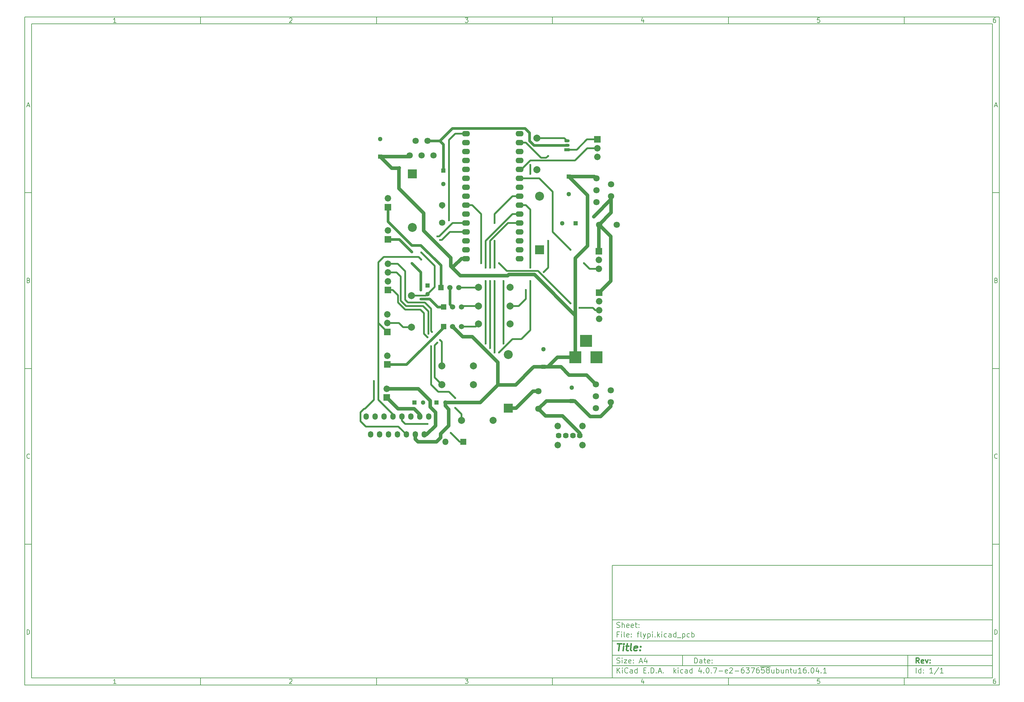
<source format=gbr>
G04 #@! TF.FileFunction,Copper,L1,Top,Signal*
%FSLAX46Y46*%
G04 Gerber Fmt 4.6, Leading zero omitted, Abs format (unit mm)*
G04 Created by KiCad (PCBNEW 4.0.7-e2-6376~58~ubuntu16.04.1) date Sun Nov  5 22:34:49 2017*
%MOMM*%
%LPD*%
G01*
G04 APERTURE LIST*
%ADD10C,0.100000*%
%ADD11C,0.150000*%
%ADD12C,0.300000*%
%ADD13C,0.400000*%
%ADD14C,1.520000*%
%ADD15R,1.520000X1.520000*%
%ADD16O,2.300000X1.600000*%
%ADD17R,1.300000X1.300000*%
%ADD18C,1.300000*%
%ADD19R,3.500120X3.500120*%
%ADD20C,2.540000*%
%ADD21R,2.540000X2.540000*%
%ADD22C,1.800860*%
%ADD23C,1.800000*%
%ADD24O,1.524000X1.824000*%
%ADD25C,2.000000*%
%ADD26C,1.620000*%
%ADD27C,1.850000*%
%ADD28R,1.850000X1.850000*%
%ADD29O,1.500000X0.900000*%
%ADD30R,1.500000X0.900000*%
%ADD31R,1.800000X1.800000*%
%ADD32O,1.800000X1.800000*%
%ADD33C,0.600000*%
%ADD34C,0.800000*%
%ADD35C,0.500000*%
%ADD36C,1.000000*%
%ADD37C,0.750000*%
G04 APERTURE END LIST*
D10*
D11*
X177002200Y-166007200D02*
X177002200Y-198007200D01*
X285002200Y-198007200D01*
X285002200Y-166007200D01*
X177002200Y-166007200D01*
D10*
D11*
X10000000Y-10000000D02*
X10000000Y-200007200D01*
X287002200Y-200007200D01*
X287002200Y-10000000D01*
X10000000Y-10000000D01*
D10*
D11*
X12000000Y-12000000D02*
X12000000Y-198007200D01*
X285002200Y-198007200D01*
X285002200Y-12000000D01*
X12000000Y-12000000D01*
D10*
D11*
X60000000Y-12000000D02*
X60000000Y-10000000D01*
D10*
D11*
X110000000Y-12000000D02*
X110000000Y-10000000D01*
D10*
D11*
X160000000Y-12000000D02*
X160000000Y-10000000D01*
D10*
D11*
X210000000Y-12000000D02*
X210000000Y-10000000D01*
D10*
D11*
X260000000Y-12000000D02*
X260000000Y-10000000D01*
D10*
D11*
X35990476Y-11588095D02*
X35247619Y-11588095D01*
X35619048Y-11588095D02*
X35619048Y-10288095D01*
X35495238Y-10473810D01*
X35371429Y-10597619D01*
X35247619Y-10659524D01*
D10*
D11*
X85247619Y-10411905D02*
X85309524Y-10350000D01*
X85433333Y-10288095D01*
X85742857Y-10288095D01*
X85866667Y-10350000D01*
X85928571Y-10411905D01*
X85990476Y-10535714D01*
X85990476Y-10659524D01*
X85928571Y-10845238D01*
X85185714Y-11588095D01*
X85990476Y-11588095D01*
D10*
D11*
X135185714Y-10288095D02*
X135990476Y-10288095D01*
X135557143Y-10783333D01*
X135742857Y-10783333D01*
X135866667Y-10845238D01*
X135928571Y-10907143D01*
X135990476Y-11030952D01*
X135990476Y-11340476D01*
X135928571Y-11464286D01*
X135866667Y-11526190D01*
X135742857Y-11588095D01*
X135371429Y-11588095D01*
X135247619Y-11526190D01*
X135185714Y-11464286D01*
D10*
D11*
X185866667Y-10721429D02*
X185866667Y-11588095D01*
X185557143Y-10226190D02*
X185247619Y-11154762D01*
X186052381Y-11154762D01*
D10*
D11*
X235928571Y-10288095D02*
X235309524Y-10288095D01*
X235247619Y-10907143D01*
X235309524Y-10845238D01*
X235433333Y-10783333D01*
X235742857Y-10783333D01*
X235866667Y-10845238D01*
X235928571Y-10907143D01*
X235990476Y-11030952D01*
X235990476Y-11340476D01*
X235928571Y-11464286D01*
X235866667Y-11526190D01*
X235742857Y-11588095D01*
X235433333Y-11588095D01*
X235309524Y-11526190D01*
X235247619Y-11464286D01*
D10*
D11*
X285866667Y-10288095D02*
X285619048Y-10288095D01*
X285495238Y-10350000D01*
X285433333Y-10411905D01*
X285309524Y-10597619D01*
X285247619Y-10845238D01*
X285247619Y-11340476D01*
X285309524Y-11464286D01*
X285371429Y-11526190D01*
X285495238Y-11588095D01*
X285742857Y-11588095D01*
X285866667Y-11526190D01*
X285928571Y-11464286D01*
X285990476Y-11340476D01*
X285990476Y-11030952D01*
X285928571Y-10907143D01*
X285866667Y-10845238D01*
X285742857Y-10783333D01*
X285495238Y-10783333D01*
X285371429Y-10845238D01*
X285309524Y-10907143D01*
X285247619Y-11030952D01*
D10*
D11*
X60000000Y-198007200D02*
X60000000Y-200007200D01*
D10*
D11*
X110000000Y-198007200D02*
X110000000Y-200007200D01*
D10*
D11*
X160000000Y-198007200D02*
X160000000Y-200007200D01*
D10*
D11*
X210000000Y-198007200D02*
X210000000Y-200007200D01*
D10*
D11*
X260000000Y-198007200D02*
X260000000Y-200007200D01*
D10*
D11*
X35990476Y-199595295D02*
X35247619Y-199595295D01*
X35619048Y-199595295D02*
X35619048Y-198295295D01*
X35495238Y-198481010D01*
X35371429Y-198604819D01*
X35247619Y-198666724D01*
D10*
D11*
X85247619Y-198419105D02*
X85309524Y-198357200D01*
X85433333Y-198295295D01*
X85742857Y-198295295D01*
X85866667Y-198357200D01*
X85928571Y-198419105D01*
X85990476Y-198542914D01*
X85990476Y-198666724D01*
X85928571Y-198852438D01*
X85185714Y-199595295D01*
X85990476Y-199595295D01*
D10*
D11*
X135185714Y-198295295D02*
X135990476Y-198295295D01*
X135557143Y-198790533D01*
X135742857Y-198790533D01*
X135866667Y-198852438D01*
X135928571Y-198914343D01*
X135990476Y-199038152D01*
X135990476Y-199347676D01*
X135928571Y-199471486D01*
X135866667Y-199533390D01*
X135742857Y-199595295D01*
X135371429Y-199595295D01*
X135247619Y-199533390D01*
X135185714Y-199471486D01*
D10*
D11*
X185866667Y-198728629D02*
X185866667Y-199595295D01*
X185557143Y-198233390D02*
X185247619Y-199161962D01*
X186052381Y-199161962D01*
D10*
D11*
X235928571Y-198295295D02*
X235309524Y-198295295D01*
X235247619Y-198914343D01*
X235309524Y-198852438D01*
X235433333Y-198790533D01*
X235742857Y-198790533D01*
X235866667Y-198852438D01*
X235928571Y-198914343D01*
X235990476Y-199038152D01*
X235990476Y-199347676D01*
X235928571Y-199471486D01*
X235866667Y-199533390D01*
X235742857Y-199595295D01*
X235433333Y-199595295D01*
X235309524Y-199533390D01*
X235247619Y-199471486D01*
D10*
D11*
X285866667Y-198295295D02*
X285619048Y-198295295D01*
X285495238Y-198357200D01*
X285433333Y-198419105D01*
X285309524Y-198604819D01*
X285247619Y-198852438D01*
X285247619Y-199347676D01*
X285309524Y-199471486D01*
X285371429Y-199533390D01*
X285495238Y-199595295D01*
X285742857Y-199595295D01*
X285866667Y-199533390D01*
X285928571Y-199471486D01*
X285990476Y-199347676D01*
X285990476Y-199038152D01*
X285928571Y-198914343D01*
X285866667Y-198852438D01*
X285742857Y-198790533D01*
X285495238Y-198790533D01*
X285371429Y-198852438D01*
X285309524Y-198914343D01*
X285247619Y-199038152D01*
D10*
D11*
X10000000Y-60000000D02*
X12000000Y-60000000D01*
D10*
D11*
X10000000Y-110000000D02*
X12000000Y-110000000D01*
D10*
D11*
X10000000Y-160000000D02*
X12000000Y-160000000D01*
D10*
D11*
X10690476Y-35216667D02*
X11309524Y-35216667D01*
X10566667Y-35588095D02*
X11000000Y-34288095D01*
X11433333Y-35588095D01*
D10*
D11*
X11092857Y-84907143D02*
X11278571Y-84969048D01*
X11340476Y-85030952D01*
X11402381Y-85154762D01*
X11402381Y-85340476D01*
X11340476Y-85464286D01*
X11278571Y-85526190D01*
X11154762Y-85588095D01*
X10659524Y-85588095D01*
X10659524Y-84288095D01*
X11092857Y-84288095D01*
X11216667Y-84350000D01*
X11278571Y-84411905D01*
X11340476Y-84535714D01*
X11340476Y-84659524D01*
X11278571Y-84783333D01*
X11216667Y-84845238D01*
X11092857Y-84907143D01*
X10659524Y-84907143D01*
D10*
D11*
X11402381Y-135464286D02*
X11340476Y-135526190D01*
X11154762Y-135588095D01*
X11030952Y-135588095D01*
X10845238Y-135526190D01*
X10721429Y-135402381D01*
X10659524Y-135278571D01*
X10597619Y-135030952D01*
X10597619Y-134845238D01*
X10659524Y-134597619D01*
X10721429Y-134473810D01*
X10845238Y-134350000D01*
X11030952Y-134288095D01*
X11154762Y-134288095D01*
X11340476Y-134350000D01*
X11402381Y-134411905D01*
D10*
D11*
X10659524Y-185588095D02*
X10659524Y-184288095D01*
X10969048Y-184288095D01*
X11154762Y-184350000D01*
X11278571Y-184473810D01*
X11340476Y-184597619D01*
X11402381Y-184845238D01*
X11402381Y-185030952D01*
X11340476Y-185278571D01*
X11278571Y-185402381D01*
X11154762Y-185526190D01*
X10969048Y-185588095D01*
X10659524Y-185588095D01*
D10*
D11*
X287002200Y-60000000D02*
X285002200Y-60000000D01*
D10*
D11*
X287002200Y-110000000D02*
X285002200Y-110000000D01*
D10*
D11*
X287002200Y-160000000D02*
X285002200Y-160000000D01*
D10*
D11*
X285692676Y-35216667D02*
X286311724Y-35216667D01*
X285568867Y-35588095D02*
X286002200Y-34288095D01*
X286435533Y-35588095D01*
D10*
D11*
X286095057Y-84907143D02*
X286280771Y-84969048D01*
X286342676Y-85030952D01*
X286404581Y-85154762D01*
X286404581Y-85340476D01*
X286342676Y-85464286D01*
X286280771Y-85526190D01*
X286156962Y-85588095D01*
X285661724Y-85588095D01*
X285661724Y-84288095D01*
X286095057Y-84288095D01*
X286218867Y-84350000D01*
X286280771Y-84411905D01*
X286342676Y-84535714D01*
X286342676Y-84659524D01*
X286280771Y-84783333D01*
X286218867Y-84845238D01*
X286095057Y-84907143D01*
X285661724Y-84907143D01*
D10*
D11*
X286404581Y-135464286D02*
X286342676Y-135526190D01*
X286156962Y-135588095D01*
X286033152Y-135588095D01*
X285847438Y-135526190D01*
X285723629Y-135402381D01*
X285661724Y-135278571D01*
X285599819Y-135030952D01*
X285599819Y-134845238D01*
X285661724Y-134597619D01*
X285723629Y-134473810D01*
X285847438Y-134350000D01*
X286033152Y-134288095D01*
X286156962Y-134288095D01*
X286342676Y-134350000D01*
X286404581Y-134411905D01*
D10*
D11*
X285661724Y-185588095D02*
X285661724Y-184288095D01*
X285971248Y-184288095D01*
X286156962Y-184350000D01*
X286280771Y-184473810D01*
X286342676Y-184597619D01*
X286404581Y-184845238D01*
X286404581Y-185030952D01*
X286342676Y-185278571D01*
X286280771Y-185402381D01*
X286156962Y-185526190D01*
X285971248Y-185588095D01*
X285661724Y-185588095D01*
D10*
D11*
X200359343Y-193785771D02*
X200359343Y-192285771D01*
X200716486Y-192285771D01*
X200930771Y-192357200D01*
X201073629Y-192500057D01*
X201145057Y-192642914D01*
X201216486Y-192928629D01*
X201216486Y-193142914D01*
X201145057Y-193428629D01*
X201073629Y-193571486D01*
X200930771Y-193714343D01*
X200716486Y-193785771D01*
X200359343Y-193785771D01*
X202502200Y-193785771D02*
X202502200Y-193000057D01*
X202430771Y-192857200D01*
X202287914Y-192785771D01*
X202002200Y-192785771D01*
X201859343Y-192857200D01*
X202502200Y-193714343D02*
X202359343Y-193785771D01*
X202002200Y-193785771D01*
X201859343Y-193714343D01*
X201787914Y-193571486D01*
X201787914Y-193428629D01*
X201859343Y-193285771D01*
X202002200Y-193214343D01*
X202359343Y-193214343D01*
X202502200Y-193142914D01*
X203002200Y-192785771D02*
X203573629Y-192785771D01*
X203216486Y-192285771D02*
X203216486Y-193571486D01*
X203287914Y-193714343D01*
X203430772Y-193785771D01*
X203573629Y-193785771D01*
X204645057Y-193714343D02*
X204502200Y-193785771D01*
X204216486Y-193785771D01*
X204073629Y-193714343D01*
X204002200Y-193571486D01*
X204002200Y-193000057D01*
X204073629Y-192857200D01*
X204216486Y-192785771D01*
X204502200Y-192785771D01*
X204645057Y-192857200D01*
X204716486Y-193000057D01*
X204716486Y-193142914D01*
X204002200Y-193285771D01*
X205359343Y-193642914D02*
X205430771Y-193714343D01*
X205359343Y-193785771D01*
X205287914Y-193714343D01*
X205359343Y-193642914D01*
X205359343Y-193785771D01*
X205359343Y-192857200D02*
X205430771Y-192928629D01*
X205359343Y-193000057D01*
X205287914Y-192928629D01*
X205359343Y-192857200D01*
X205359343Y-193000057D01*
D10*
D11*
X177002200Y-194507200D02*
X285002200Y-194507200D01*
D10*
D11*
X178359343Y-196585771D02*
X178359343Y-195085771D01*
X179216486Y-196585771D02*
X178573629Y-195728629D01*
X179216486Y-195085771D02*
X178359343Y-195942914D01*
X179859343Y-196585771D02*
X179859343Y-195585771D01*
X179859343Y-195085771D02*
X179787914Y-195157200D01*
X179859343Y-195228629D01*
X179930771Y-195157200D01*
X179859343Y-195085771D01*
X179859343Y-195228629D01*
X181430772Y-196442914D02*
X181359343Y-196514343D01*
X181145057Y-196585771D01*
X181002200Y-196585771D01*
X180787915Y-196514343D01*
X180645057Y-196371486D01*
X180573629Y-196228629D01*
X180502200Y-195942914D01*
X180502200Y-195728629D01*
X180573629Y-195442914D01*
X180645057Y-195300057D01*
X180787915Y-195157200D01*
X181002200Y-195085771D01*
X181145057Y-195085771D01*
X181359343Y-195157200D01*
X181430772Y-195228629D01*
X182716486Y-196585771D02*
X182716486Y-195800057D01*
X182645057Y-195657200D01*
X182502200Y-195585771D01*
X182216486Y-195585771D01*
X182073629Y-195657200D01*
X182716486Y-196514343D02*
X182573629Y-196585771D01*
X182216486Y-196585771D01*
X182073629Y-196514343D01*
X182002200Y-196371486D01*
X182002200Y-196228629D01*
X182073629Y-196085771D01*
X182216486Y-196014343D01*
X182573629Y-196014343D01*
X182716486Y-195942914D01*
X184073629Y-196585771D02*
X184073629Y-195085771D01*
X184073629Y-196514343D02*
X183930772Y-196585771D01*
X183645058Y-196585771D01*
X183502200Y-196514343D01*
X183430772Y-196442914D01*
X183359343Y-196300057D01*
X183359343Y-195871486D01*
X183430772Y-195728629D01*
X183502200Y-195657200D01*
X183645058Y-195585771D01*
X183930772Y-195585771D01*
X184073629Y-195657200D01*
X185930772Y-195800057D02*
X186430772Y-195800057D01*
X186645058Y-196585771D02*
X185930772Y-196585771D01*
X185930772Y-195085771D01*
X186645058Y-195085771D01*
X187287915Y-196442914D02*
X187359343Y-196514343D01*
X187287915Y-196585771D01*
X187216486Y-196514343D01*
X187287915Y-196442914D01*
X187287915Y-196585771D01*
X188002201Y-196585771D02*
X188002201Y-195085771D01*
X188359344Y-195085771D01*
X188573629Y-195157200D01*
X188716487Y-195300057D01*
X188787915Y-195442914D01*
X188859344Y-195728629D01*
X188859344Y-195942914D01*
X188787915Y-196228629D01*
X188716487Y-196371486D01*
X188573629Y-196514343D01*
X188359344Y-196585771D01*
X188002201Y-196585771D01*
X189502201Y-196442914D02*
X189573629Y-196514343D01*
X189502201Y-196585771D01*
X189430772Y-196514343D01*
X189502201Y-196442914D01*
X189502201Y-196585771D01*
X190145058Y-196157200D02*
X190859344Y-196157200D01*
X190002201Y-196585771D02*
X190502201Y-195085771D01*
X191002201Y-196585771D01*
X191502201Y-196442914D02*
X191573629Y-196514343D01*
X191502201Y-196585771D01*
X191430772Y-196514343D01*
X191502201Y-196442914D01*
X191502201Y-196585771D01*
X194502201Y-196585771D02*
X194502201Y-195085771D01*
X194645058Y-196014343D02*
X195073629Y-196585771D01*
X195073629Y-195585771D02*
X194502201Y-196157200D01*
X195716487Y-196585771D02*
X195716487Y-195585771D01*
X195716487Y-195085771D02*
X195645058Y-195157200D01*
X195716487Y-195228629D01*
X195787915Y-195157200D01*
X195716487Y-195085771D01*
X195716487Y-195228629D01*
X197073630Y-196514343D02*
X196930773Y-196585771D01*
X196645059Y-196585771D01*
X196502201Y-196514343D01*
X196430773Y-196442914D01*
X196359344Y-196300057D01*
X196359344Y-195871486D01*
X196430773Y-195728629D01*
X196502201Y-195657200D01*
X196645059Y-195585771D01*
X196930773Y-195585771D01*
X197073630Y-195657200D01*
X198359344Y-196585771D02*
X198359344Y-195800057D01*
X198287915Y-195657200D01*
X198145058Y-195585771D01*
X197859344Y-195585771D01*
X197716487Y-195657200D01*
X198359344Y-196514343D02*
X198216487Y-196585771D01*
X197859344Y-196585771D01*
X197716487Y-196514343D01*
X197645058Y-196371486D01*
X197645058Y-196228629D01*
X197716487Y-196085771D01*
X197859344Y-196014343D01*
X198216487Y-196014343D01*
X198359344Y-195942914D01*
X199716487Y-196585771D02*
X199716487Y-195085771D01*
X199716487Y-196514343D02*
X199573630Y-196585771D01*
X199287916Y-196585771D01*
X199145058Y-196514343D01*
X199073630Y-196442914D01*
X199002201Y-196300057D01*
X199002201Y-195871486D01*
X199073630Y-195728629D01*
X199145058Y-195657200D01*
X199287916Y-195585771D01*
X199573630Y-195585771D01*
X199716487Y-195657200D01*
X202216487Y-195585771D02*
X202216487Y-196585771D01*
X201859344Y-195014343D02*
X201502201Y-196085771D01*
X202430773Y-196085771D01*
X203002201Y-196442914D02*
X203073629Y-196514343D01*
X203002201Y-196585771D01*
X202930772Y-196514343D01*
X203002201Y-196442914D01*
X203002201Y-196585771D01*
X204002201Y-195085771D02*
X204145058Y-195085771D01*
X204287915Y-195157200D01*
X204359344Y-195228629D01*
X204430773Y-195371486D01*
X204502201Y-195657200D01*
X204502201Y-196014343D01*
X204430773Y-196300057D01*
X204359344Y-196442914D01*
X204287915Y-196514343D01*
X204145058Y-196585771D01*
X204002201Y-196585771D01*
X203859344Y-196514343D01*
X203787915Y-196442914D01*
X203716487Y-196300057D01*
X203645058Y-196014343D01*
X203645058Y-195657200D01*
X203716487Y-195371486D01*
X203787915Y-195228629D01*
X203859344Y-195157200D01*
X204002201Y-195085771D01*
X205145058Y-196442914D02*
X205216486Y-196514343D01*
X205145058Y-196585771D01*
X205073629Y-196514343D01*
X205145058Y-196442914D01*
X205145058Y-196585771D01*
X205716487Y-195085771D02*
X206716487Y-195085771D01*
X206073630Y-196585771D01*
X207287915Y-196014343D02*
X208430772Y-196014343D01*
X209716486Y-196514343D02*
X209573629Y-196585771D01*
X209287915Y-196585771D01*
X209145058Y-196514343D01*
X209073629Y-196371486D01*
X209073629Y-195800057D01*
X209145058Y-195657200D01*
X209287915Y-195585771D01*
X209573629Y-195585771D01*
X209716486Y-195657200D01*
X209787915Y-195800057D01*
X209787915Y-195942914D01*
X209073629Y-196085771D01*
X210359343Y-195228629D02*
X210430772Y-195157200D01*
X210573629Y-195085771D01*
X210930772Y-195085771D01*
X211073629Y-195157200D01*
X211145058Y-195228629D01*
X211216486Y-195371486D01*
X211216486Y-195514343D01*
X211145058Y-195728629D01*
X210287915Y-196585771D01*
X211216486Y-196585771D01*
X211859343Y-196014343D02*
X213002200Y-196014343D01*
X214359343Y-195085771D02*
X214073629Y-195085771D01*
X213930772Y-195157200D01*
X213859343Y-195228629D01*
X213716486Y-195442914D01*
X213645057Y-195728629D01*
X213645057Y-196300057D01*
X213716486Y-196442914D01*
X213787914Y-196514343D01*
X213930772Y-196585771D01*
X214216486Y-196585771D01*
X214359343Y-196514343D01*
X214430772Y-196442914D01*
X214502200Y-196300057D01*
X214502200Y-195942914D01*
X214430772Y-195800057D01*
X214359343Y-195728629D01*
X214216486Y-195657200D01*
X213930772Y-195657200D01*
X213787914Y-195728629D01*
X213716486Y-195800057D01*
X213645057Y-195942914D01*
X215002200Y-195085771D02*
X215930771Y-195085771D01*
X215430771Y-195657200D01*
X215645057Y-195657200D01*
X215787914Y-195728629D01*
X215859343Y-195800057D01*
X215930771Y-195942914D01*
X215930771Y-196300057D01*
X215859343Y-196442914D01*
X215787914Y-196514343D01*
X215645057Y-196585771D01*
X215216485Y-196585771D01*
X215073628Y-196514343D01*
X215002200Y-196442914D01*
X216430771Y-195085771D02*
X217430771Y-195085771D01*
X216787914Y-196585771D01*
X218645056Y-195085771D02*
X218359342Y-195085771D01*
X218216485Y-195157200D01*
X218145056Y-195228629D01*
X218002199Y-195442914D01*
X217930770Y-195728629D01*
X217930770Y-196300057D01*
X218002199Y-196442914D01*
X218073627Y-196514343D01*
X218216485Y-196585771D01*
X218502199Y-196585771D01*
X218645056Y-196514343D01*
X218716485Y-196442914D01*
X218787913Y-196300057D01*
X218787913Y-195942914D01*
X218716485Y-195800057D01*
X218645056Y-195728629D01*
X218502199Y-195657200D01*
X218216485Y-195657200D01*
X218073627Y-195728629D01*
X218002199Y-195800057D01*
X217930770Y-195942914D01*
X220145056Y-195085771D02*
X219430770Y-195085771D01*
X219359341Y-195800057D01*
X219430770Y-195728629D01*
X219573627Y-195657200D01*
X219930770Y-195657200D01*
X220073627Y-195728629D01*
X220145056Y-195800057D01*
X220216484Y-195942914D01*
X220216484Y-196300057D01*
X220145056Y-196442914D01*
X220073627Y-196514343D01*
X219930770Y-196585771D01*
X219573627Y-196585771D01*
X219430770Y-196514343D01*
X219359341Y-196442914D01*
X221073627Y-195728629D02*
X220930769Y-195657200D01*
X220859341Y-195585771D01*
X220787912Y-195442914D01*
X220787912Y-195371486D01*
X220859341Y-195228629D01*
X220930769Y-195157200D01*
X221073627Y-195085771D01*
X221359341Y-195085771D01*
X221502198Y-195157200D01*
X221573627Y-195228629D01*
X221645055Y-195371486D01*
X221645055Y-195442914D01*
X221573627Y-195585771D01*
X221502198Y-195657200D01*
X221359341Y-195728629D01*
X221073627Y-195728629D01*
X220930769Y-195800057D01*
X220859341Y-195871486D01*
X220787912Y-196014343D01*
X220787912Y-196300057D01*
X220859341Y-196442914D01*
X220930769Y-196514343D01*
X221073627Y-196585771D01*
X221359341Y-196585771D01*
X221502198Y-196514343D01*
X221573627Y-196442914D01*
X221645055Y-196300057D01*
X221645055Y-196014343D01*
X221573627Y-195871486D01*
X221502198Y-195800057D01*
X221359341Y-195728629D01*
X219073627Y-194827200D02*
X221930769Y-194827200D01*
X222930769Y-195585771D02*
X222930769Y-196585771D01*
X222287912Y-195585771D02*
X222287912Y-196371486D01*
X222359340Y-196514343D01*
X222502198Y-196585771D01*
X222716483Y-196585771D01*
X222859340Y-196514343D01*
X222930769Y-196442914D01*
X223645055Y-196585771D02*
X223645055Y-195085771D01*
X223645055Y-195657200D02*
X223787912Y-195585771D01*
X224073626Y-195585771D01*
X224216483Y-195657200D01*
X224287912Y-195728629D01*
X224359341Y-195871486D01*
X224359341Y-196300057D01*
X224287912Y-196442914D01*
X224216483Y-196514343D01*
X224073626Y-196585771D01*
X223787912Y-196585771D01*
X223645055Y-196514343D01*
X225645055Y-195585771D02*
X225645055Y-196585771D01*
X225002198Y-195585771D02*
X225002198Y-196371486D01*
X225073626Y-196514343D01*
X225216484Y-196585771D01*
X225430769Y-196585771D01*
X225573626Y-196514343D01*
X225645055Y-196442914D01*
X226359341Y-195585771D02*
X226359341Y-196585771D01*
X226359341Y-195728629D02*
X226430769Y-195657200D01*
X226573627Y-195585771D01*
X226787912Y-195585771D01*
X226930769Y-195657200D01*
X227002198Y-195800057D01*
X227002198Y-196585771D01*
X227502198Y-195585771D02*
X228073627Y-195585771D01*
X227716484Y-195085771D02*
X227716484Y-196371486D01*
X227787912Y-196514343D01*
X227930770Y-196585771D01*
X228073627Y-196585771D01*
X229216484Y-195585771D02*
X229216484Y-196585771D01*
X228573627Y-195585771D02*
X228573627Y-196371486D01*
X228645055Y-196514343D01*
X228787913Y-196585771D01*
X229002198Y-196585771D01*
X229145055Y-196514343D01*
X229216484Y-196442914D01*
X230716484Y-196585771D02*
X229859341Y-196585771D01*
X230287913Y-196585771D02*
X230287913Y-195085771D01*
X230145056Y-195300057D01*
X230002198Y-195442914D01*
X229859341Y-195514343D01*
X232002198Y-195085771D02*
X231716484Y-195085771D01*
X231573627Y-195157200D01*
X231502198Y-195228629D01*
X231359341Y-195442914D01*
X231287912Y-195728629D01*
X231287912Y-196300057D01*
X231359341Y-196442914D01*
X231430769Y-196514343D01*
X231573627Y-196585771D01*
X231859341Y-196585771D01*
X232002198Y-196514343D01*
X232073627Y-196442914D01*
X232145055Y-196300057D01*
X232145055Y-195942914D01*
X232073627Y-195800057D01*
X232002198Y-195728629D01*
X231859341Y-195657200D01*
X231573627Y-195657200D01*
X231430769Y-195728629D01*
X231359341Y-195800057D01*
X231287912Y-195942914D01*
X232787912Y-196442914D02*
X232859340Y-196514343D01*
X232787912Y-196585771D01*
X232716483Y-196514343D01*
X232787912Y-196442914D01*
X232787912Y-196585771D01*
X233787912Y-195085771D02*
X233930769Y-195085771D01*
X234073626Y-195157200D01*
X234145055Y-195228629D01*
X234216484Y-195371486D01*
X234287912Y-195657200D01*
X234287912Y-196014343D01*
X234216484Y-196300057D01*
X234145055Y-196442914D01*
X234073626Y-196514343D01*
X233930769Y-196585771D01*
X233787912Y-196585771D01*
X233645055Y-196514343D01*
X233573626Y-196442914D01*
X233502198Y-196300057D01*
X233430769Y-196014343D01*
X233430769Y-195657200D01*
X233502198Y-195371486D01*
X233573626Y-195228629D01*
X233645055Y-195157200D01*
X233787912Y-195085771D01*
X235573626Y-195585771D02*
X235573626Y-196585771D01*
X235216483Y-195014343D02*
X234859340Y-196085771D01*
X235787912Y-196085771D01*
X236359340Y-196442914D02*
X236430768Y-196514343D01*
X236359340Y-196585771D01*
X236287911Y-196514343D01*
X236359340Y-196442914D01*
X236359340Y-196585771D01*
X237859340Y-196585771D02*
X237002197Y-196585771D01*
X237430769Y-196585771D02*
X237430769Y-195085771D01*
X237287912Y-195300057D01*
X237145054Y-195442914D01*
X237002197Y-195514343D01*
D10*
D11*
X177002200Y-191507200D02*
X285002200Y-191507200D01*
D10*
D12*
X264216486Y-193785771D02*
X263716486Y-193071486D01*
X263359343Y-193785771D02*
X263359343Y-192285771D01*
X263930771Y-192285771D01*
X264073629Y-192357200D01*
X264145057Y-192428629D01*
X264216486Y-192571486D01*
X264216486Y-192785771D01*
X264145057Y-192928629D01*
X264073629Y-193000057D01*
X263930771Y-193071486D01*
X263359343Y-193071486D01*
X265430771Y-193714343D02*
X265287914Y-193785771D01*
X265002200Y-193785771D01*
X264859343Y-193714343D01*
X264787914Y-193571486D01*
X264787914Y-193000057D01*
X264859343Y-192857200D01*
X265002200Y-192785771D01*
X265287914Y-192785771D01*
X265430771Y-192857200D01*
X265502200Y-193000057D01*
X265502200Y-193142914D01*
X264787914Y-193285771D01*
X266002200Y-192785771D02*
X266359343Y-193785771D01*
X266716485Y-192785771D01*
X267287914Y-193642914D02*
X267359342Y-193714343D01*
X267287914Y-193785771D01*
X267216485Y-193714343D01*
X267287914Y-193642914D01*
X267287914Y-193785771D01*
X267287914Y-192857200D02*
X267359342Y-192928629D01*
X267287914Y-193000057D01*
X267216485Y-192928629D01*
X267287914Y-192857200D01*
X267287914Y-193000057D01*
D10*
D11*
X178287914Y-193714343D02*
X178502200Y-193785771D01*
X178859343Y-193785771D01*
X179002200Y-193714343D01*
X179073629Y-193642914D01*
X179145057Y-193500057D01*
X179145057Y-193357200D01*
X179073629Y-193214343D01*
X179002200Y-193142914D01*
X178859343Y-193071486D01*
X178573629Y-193000057D01*
X178430771Y-192928629D01*
X178359343Y-192857200D01*
X178287914Y-192714343D01*
X178287914Y-192571486D01*
X178359343Y-192428629D01*
X178430771Y-192357200D01*
X178573629Y-192285771D01*
X178930771Y-192285771D01*
X179145057Y-192357200D01*
X179787914Y-193785771D02*
X179787914Y-192785771D01*
X179787914Y-192285771D02*
X179716485Y-192357200D01*
X179787914Y-192428629D01*
X179859342Y-192357200D01*
X179787914Y-192285771D01*
X179787914Y-192428629D01*
X180359343Y-192785771D02*
X181145057Y-192785771D01*
X180359343Y-193785771D01*
X181145057Y-193785771D01*
X182287914Y-193714343D02*
X182145057Y-193785771D01*
X181859343Y-193785771D01*
X181716486Y-193714343D01*
X181645057Y-193571486D01*
X181645057Y-193000057D01*
X181716486Y-192857200D01*
X181859343Y-192785771D01*
X182145057Y-192785771D01*
X182287914Y-192857200D01*
X182359343Y-193000057D01*
X182359343Y-193142914D01*
X181645057Y-193285771D01*
X183002200Y-193642914D02*
X183073628Y-193714343D01*
X183002200Y-193785771D01*
X182930771Y-193714343D01*
X183002200Y-193642914D01*
X183002200Y-193785771D01*
X183002200Y-192857200D02*
X183073628Y-192928629D01*
X183002200Y-193000057D01*
X182930771Y-192928629D01*
X183002200Y-192857200D01*
X183002200Y-193000057D01*
X184787914Y-193357200D02*
X185502200Y-193357200D01*
X184645057Y-193785771D02*
X185145057Y-192285771D01*
X185645057Y-193785771D01*
X186787914Y-192785771D02*
X186787914Y-193785771D01*
X186430771Y-192214343D02*
X186073628Y-193285771D01*
X187002200Y-193285771D01*
D10*
D11*
X263359343Y-196585771D02*
X263359343Y-195085771D01*
X264716486Y-196585771D02*
X264716486Y-195085771D01*
X264716486Y-196514343D02*
X264573629Y-196585771D01*
X264287915Y-196585771D01*
X264145057Y-196514343D01*
X264073629Y-196442914D01*
X264002200Y-196300057D01*
X264002200Y-195871486D01*
X264073629Y-195728629D01*
X264145057Y-195657200D01*
X264287915Y-195585771D01*
X264573629Y-195585771D01*
X264716486Y-195657200D01*
X265430772Y-196442914D02*
X265502200Y-196514343D01*
X265430772Y-196585771D01*
X265359343Y-196514343D01*
X265430772Y-196442914D01*
X265430772Y-196585771D01*
X265430772Y-195657200D02*
X265502200Y-195728629D01*
X265430772Y-195800057D01*
X265359343Y-195728629D01*
X265430772Y-195657200D01*
X265430772Y-195800057D01*
X268073629Y-196585771D02*
X267216486Y-196585771D01*
X267645058Y-196585771D02*
X267645058Y-195085771D01*
X267502201Y-195300057D01*
X267359343Y-195442914D01*
X267216486Y-195514343D01*
X269787914Y-195014343D02*
X268502200Y-196942914D01*
X271073629Y-196585771D02*
X270216486Y-196585771D01*
X270645058Y-196585771D02*
X270645058Y-195085771D01*
X270502201Y-195300057D01*
X270359343Y-195442914D01*
X270216486Y-195514343D01*
D10*
D11*
X177002200Y-187507200D02*
X285002200Y-187507200D01*
D10*
D13*
X178454581Y-188211962D02*
X179597438Y-188211962D01*
X178776010Y-190211962D02*
X179026010Y-188211962D01*
X180014105Y-190211962D02*
X180180771Y-188878629D01*
X180264105Y-188211962D02*
X180156962Y-188307200D01*
X180240295Y-188402438D01*
X180347439Y-188307200D01*
X180264105Y-188211962D01*
X180240295Y-188402438D01*
X180847438Y-188878629D02*
X181609343Y-188878629D01*
X181216486Y-188211962D02*
X181002200Y-189926248D01*
X181073630Y-190116724D01*
X181252201Y-190211962D01*
X181442677Y-190211962D01*
X182395058Y-190211962D02*
X182216487Y-190116724D01*
X182145057Y-189926248D01*
X182359343Y-188211962D01*
X183930772Y-190116724D02*
X183728391Y-190211962D01*
X183347439Y-190211962D01*
X183168867Y-190116724D01*
X183097438Y-189926248D01*
X183192676Y-189164343D01*
X183311724Y-188973867D01*
X183514105Y-188878629D01*
X183895057Y-188878629D01*
X184073629Y-188973867D01*
X184145057Y-189164343D01*
X184121248Y-189354819D01*
X183145057Y-189545295D01*
X184895057Y-190021486D02*
X184978392Y-190116724D01*
X184871248Y-190211962D01*
X184787915Y-190116724D01*
X184895057Y-190021486D01*
X184871248Y-190211962D01*
X185026010Y-188973867D02*
X185109344Y-189069105D01*
X185002200Y-189164343D01*
X184918867Y-189069105D01*
X185026010Y-188973867D01*
X185002200Y-189164343D01*
D10*
D11*
X178859343Y-185600057D02*
X178359343Y-185600057D01*
X178359343Y-186385771D02*
X178359343Y-184885771D01*
X179073629Y-184885771D01*
X179645057Y-186385771D02*
X179645057Y-185385771D01*
X179645057Y-184885771D02*
X179573628Y-184957200D01*
X179645057Y-185028629D01*
X179716485Y-184957200D01*
X179645057Y-184885771D01*
X179645057Y-185028629D01*
X180573629Y-186385771D02*
X180430771Y-186314343D01*
X180359343Y-186171486D01*
X180359343Y-184885771D01*
X181716485Y-186314343D02*
X181573628Y-186385771D01*
X181287914Y-186385771D01*
X181145057Y-186314343D01*
X181073628Y-186171486D01*
X181073628Y-185600057D01*
X181145057Y-185457200D01*
X181287914Y-185385771D01*
X181573628Y-185385771D01*
X181716485Y-185457200D01*
X181787914Y-185600057D01*
X181787914Y-185742914D01*
X181073628Y-185885771D01*
X182430771Y-186242914D02*
X182502199Y-186314343D01*
X182430771Y-186385771D01*
X182359342Y-186314343D01*
X182430771Y-186242914D01*
X182430771Y-186385771D01*
X182430771Y-185457200D02*
X182502199Y-185528629D01*
X182430771Y-185600057D01*
X182359342Y-185528629D01*
X182430771Y-185457200D01*
X182430771Y-185600057D01*
X184073628Y-185385771D02*
X184645057Y-185385771D01*
X184287914Y-186385771D02*
X184287914Y-185100057D01*
X184359342Y-184957200D01*
X184502200Y-184885771D01*
X184645057Y-184885771D01*
X185359343Y-186385771D02*
X185216485Y-186314343D01*
X185145057Y-186171486D01*
X185145057Y-184885771D01*
X185787914Y-185385771D02*
X186145057Y-186385771D01*
X186502199Y-185385771D02*
X186145057Y-186385771D01*
X186002199Y-186742914D01*
X185930771Y-186814343D01*
X185787914Y-186885771D01*
X187073628Y-185385771D02*
X187073628Y-186885771D01*
X187073628Y-185457200D02*
X187216485Y-185385771D01*
X187502199Y-185385771D01*
X187645056Y-185457200D01*
X187716485Y-185528629D01*
X187787914Y-185671486D01*
X187787914Y-186100057D01*
X187716485Y-186242914D01*
X187645056Y-186314343D01*
X187502199Y-186385771D01*
X187216485Y-186385771D01*
X187073628Y-186314343D01*
X188430771Y-186385771D02*
X188430771Y-185385771D01*
X188430771Y-184885771D02*
X188359342Y-184957200D01*
X188430771Y-185028629D01*
X188502199Y-184957200D01*
X188430771Y-184885771D01*
X188430771Y-185028629D01*
X189145057Y-186242914D02*
X189216485Y-186314343D01*
X189145057Y-186385771D01*
X189073628Y-186314343D01*
X189145057Y-186242914D01*
X189145057Y-186385771D01*
X189859343Y-186385771D02*
X189859343Y-184885771D01*
X190002200Y-185814343D02*
X190430771Y-186385771D01*
X190430771Y-185385771D02*
X189859343Y-185957200D01*
X191073629Y-186385771D02*
X191073629Y-185385771D01*
X191073629Y-184885771D02*
X191002200Y-184957200D01*
X191073629Y-185028629D01*
X191145057Y-184957200D01*
X191073629Y-184885771D01*
X191073629Y-185028629D01*
X192430772Y-186314343D02*
X192287915Y-186385771D01*
X192002201Y-186385771D01*
X191859343Y-186314343D01*
X191787915Y-186242914D01*
X191716486Y-186100057D01*
X191716486Y-185671486D01*
X191787915Y-185528629D01*
X191859343Y-185457200D01*
X192002201Y-185385771D01*
X192287915Y-185385771D01*
X192430772Y-185457200D01*
X193716486Y-186385771D02*
X193716486Y-185600057D01*
X193645057Y-185457200D01*
X193502200Y-185385771D01*
X193216486Y-185385771D01*
X193073629Y-185457200D01*
X193716486Y-186314343D02*
X193573629Y-186385771D01*
X193216486Y-186385771D01*
X193073629Y-186314343D01*
X193002200Y-186171486D01*
X193002200Y-186028629D01*
X193073629Y-185885771D01*
X193216486Y-185814343D01*
X193573629Y-185814343D01*
X193716486Y-185742914D01*
X195073629Y-186385771D02*
X195073629Y-184885771D01*
X195073629Y-186314343D02*
X194930772Y-186385771D01*
X194645058Y-186385771D01*
X194502200Y-186314343D01*
X194430772Y-186242914D01*
X194359343Y-186100057D01*
X194359343Y-185671486D01*
X194430772Y-185528629D01*
X194502200Y-185457200D01*
X194645058Y-185385771D01*
X194930772Y-185385771D01*
X195073629Y-185457200D01*
X195430772Y-186528629D02*
X196573629Y-186528629D01*
X196930772Y-185385771D02*
X196930772Y-186885771D01*
X196930772Y-185457200D02*
X197073629Y-185385771D01*
X197359343Y-185385771D01*
X197502200Y-185457200D01*
X197573629Y-185528629D01*
X197645058Y-185671486D01*
X197645058Y-186100057D01*
X197573629Y-186242914D01*
X197502200Y-186314343D01*
X197359343Y-186385771D01*
X197073629Y-186385771D01*
X196930772Y-186314343D01*
X198930772Y-186314343D02*
X198787915Y-186385771D01*
X198502201Y-186385771D01*
X198359343Y-186314343D01*
X198287915Y-186242914D01*
X198216486Y-186100057D01*
X198216486Y-185671486D01*
X198287915Y-185528629D01*
X198359343Y-185457200D01*
X198502201Y-185385771D01*
X198787915Y-185385771D01*
X198930772Y-185457200D01*
X199573629Y-186385771D02*
X199573629Y-184885771D01*
X199573629Y-185457200D02*
X199716486Y-185385771D01*
X200002200Y-185385771D01*
X200145057Y-185457200D01*
X200216486Y-185528629D01*
X200287915Y-185671486D01*
X200287915Y-186100057D01*
X200216486Y-186242914D01*
X200145057Y-186314343D01*
X200002200Y-186385771D01*
X199716486Y-186385771D01*
X199573629Y-186314343D01*
D10*
D11*
X177002200Y-181507200D02*
X285002200Y-181507200D01*
D10*
D11*
X178287914Y-183614343D02*
X178502200Y-183685771D01*
X178859343Y-183685771D01*
X179002200Y-183614343D01*
X179073629Y-183542914D01*
X179145057Y-183400057D01*
X179145057Y-183257200D01*
X179073629Y-183114343D01*
X179002200Y-183042914D01*
X178859343Y-182971486D01*
X178573629Y-182900057D01*
X178430771Y-182828629D01*
X178359343Y-182757200D01*
X178287914Y-182614343D01*
X178287914Y-182471486D01*
X178359343Y-182328629D01*
X178430771Y-182257200D01*
X178573629Y-182185771D01*
X178930771Y-182185771D01*
X179145057Y-182257200D01*
X179787914Y-183685771D02*
X179787914Y-182185771D01*
X180430771Y-183685771D02*
X180430771Y-182900057D01*
X180359342Y-182757200D01*
X180216485Y-182685771D01*
X180002200Y-182685771D01*
X179859342Y-182757200D01*
X179787914Y-182828629D01*
X181716485Y-183614343D02*
X181573628Y-183685771D01*
X181287914Y-183685771D01*
X181145057Y-183614343D01*
X181073628Y-183471486D01*
X181073628Y-182900057D01*
X181145057Y-182757200D01*
X181287914Y-182685771D01*
X181573628Y-182685771D01*
X181716485Y-182757200D01*
X181787914Y-182900057D01*
X181787914Y-183042914D01*
X181073628Y-183185771D01*
X183002199Y-183614343D02*
X182859342Y-183685771D01*
X182573628Y-183685771D01*
X182430771Y-183614343D01*
X182359342Y-183471486D01*
X182359342Y-182900057D01*
X182430771Y-182757200D01*
X182573628Y-182685771D01*
X182859342Y-182685771D01*
X183002199Y-182757200D01*
X183073628Y-182900057D01*
X183073628Y-183042914D01*
X182359342Y-183185771D01*
X183502199Y-182685771D02*
X184073628Y-182685771D01*
X183716485Y-182185771D02*
X183716485Y-183471486D01*
X183787913Y-183614343D01*
X183930771Y-183685771D01*
X184073628Y-183685771D01*
X184573628Y-183542914D02*
X184645056Y-183614343D01*
X184573628Y-183685771D01*
X184502199Y-183614343D01*
X184573628Y-183542914D01*
X184573628Y-183685771D01*
X184573628Y-182757200D02*
X184645056Y-182828629D01*
X184573628Y-182900057D01*
X184502199Y-182828629D01*
X184573628Y-182757200D01*
X184573628Y-182900057D01*
D10*
D11*
X197002200Y-191507200D02*
X197002200Y-194507200D01*
D10*
D11*
X261002200Y-191507200D02*
X261002200Y-198007200D01*
D14*
X130810000Y-86995000D03*
X133350000Y-86995000D03*
D15*
X128270000Y-86995000D03*
D16*
X135382000Y-43180000D03*
X135382000Y-45720000D03*
X135382000Y-48260000D03*
X135382000Y-50800000D03*
X135382000Y-53340000D03*
X135382000Y-55880000D03*
X135382000Y-58420000D03*
X135382000Y-60960000D03*
X135382000Y-63500000D03*
X135382000Y-66040000D03*
X135382000Y-68580000D03*
X135382000Y-71120000D03*
X135382000Y-73660000D03*
X135382000Y-76200000D03*
X135382000Y-78740000D03*
X150622000Y-78740000D03*
X150622000Y-76200000D03*
X150622000Y-73660000D03*
X150622000Y-71120000D03*
X150622000Y-68580000D03*
X150622000Y-66040000D03*
X150622000Y-63500000D03*
X150622000Y-60960000D03*
X150622000Y-58420000D03*
X150622000Y-55880000D03*
X150622000Y-53340000D03*
X150622000Y-50800000D03*
X150622000Y-48260000D03*
X150622000Y-45720000D03*
X150622000Y-43180000D03*
D17*
X164590000Y-55370000D03*
D18*
X164590000Y-60370000D03*
D17*
X111020000Y-49760000D03*
D18*
X111020000Y-44760000D03*
D17*
X157440000Y-109520000D03*
D18*
X157440000Y-104520000D03*
D17*
X129010000Y-53680000D03*
D18*
X129010000Y-57480000D03*
D17*
X166600000Y-68720000D03*
D18*
X162800000Y-68720000D03*
D17*
X165440000Y-119210000D03*
D18*
X165440000Y-115410000D03*
D17*
X120730000Y-119660000D03*
D18*
X123230000Y-119660000D03*
D17*
X124460000Y-86360000D03*
D18*
X124460000Y-88860000D03*
D17*
X127040000Y-119660000D03*
D18*
X129540000Y-119660000D03*
D19*
X166519860Y-106810000D03*
X172519340Y-106810000D03*
X169519600Y-102111000D03*
D20*
X147397040Y-106018780D03*
D21*
X147397040Y-121258780D03*
D20*
X120142960Y-69851220D03*
D21*
X120142960Y-54611220D03*
D20*
X156287040Y-60958780D03*
D21*
X156287040Y-76198780D03*
D22*
X178259360Y-69080000D03*
X173260640Y-69080000D03*
X156020000Y-116450640D03*
X156020000Y-121449360D03*
X128650000Y-68539360D03*
X128650000Y-63540640D03*
D23*
X172330000Y-117860000D03*
X172330000Y-121260000D03*
X172330000Y-114460000D03*
X176530000Y-116160000D03*
X176530000Y-119560000D03*
X172460000Y-59310000D03*
X172460000Y-62710000D03*
X172460000Y-55910000D03*
X176660000Y-57610000D03*
X176660000Y-61010000D03*
X122810000Y-49410000D03*
X126210000Y-49410000D03*
X119410000Y-49410000D03*
X121110000Y-45210000D03*
X124510000Y-45210000D03*
D24*
X124820000Y-123660000D03*
X123550000Y-128740000D03*
X122280000Y-123660000D03*
X121010000Y-128740000D03*
X119740000Y-123660000D03*
X118470000Y-128740000D03*
X117200000Y-123660000D03*
X115930000Y-128740000D03*
X114660000Y-123660000D03*
X113390000Y-128740000D03*
X112120000Y-123660000D03*
X110850000Y-128740000D03*
X109580000Y-123660000D03*
X108310000Y-128740000D03*
X107040000Y-123660000D03*
D25*
X119890000Y-89280000D03*
X119890000Y-98280000D03*
D26*
X167770000Y-129030000D03*
X165770000Y-129030000D03*
X163770000Y-129030000D03*
D27*
X168500000Y-131750000D03*
D26*
X161770000Y-129030000D03*
D27*
X161500000Y-131750000D03*
X168500000Y-126310000D03*
X161500000Y-126310000D03*
D28*
X112900000Y-118240000D03*
D27*
X112900000Y-115740000D03*
D28*
X113030000Y-108840000D03*
D27*
X113030000Y-106340000D03*
D28*
X113050000Y-99580000D03*
D27*
X113050000Y-97080000D03*
X113050000Y-94580000D03*
D28*
X113270000Y-64090000D03*
D27*
X113270000Y-61590000D03*
D28*
X113260000Y-73250000D03*
D27*
X113260000Y-70750000D03*
D28*
X172720000Y-44830000D03*
D27*
X172720000Y-47330000D03*
X172720000Y-49830000D03*
D28*
X173200000Y-76620000D03*
D27*
X173200000Y-79120000D03*
X173200000Y-81620000D03*
D28*
X173230000Y-88390000D03*
D27*
X173230000Y-90890000D03*
X173230000Y-93390000D03*
X173230000Y-95890000D03*
D28*
X113210000Y-87680000D03*
D27*
X113210000Y-85180000D03*
X113210000Y-82680000D03*
X113210000Y-80180000D03*
D29*
X164084000Y-46482000D03*
X164084000Y-45212000D03*
D30*
X164084000Y-47752000D03*
D31*
X134610000Y-130840000D03*
D32*
X129530000Y-130840000D03*
D25*
X138938000Y-86868000D03*
X147938000Y-86868000D03*
X138938000Y-97282000D03*
X147938000Y-97282000D03*
X138938000Y-92202000D03*
X147938000Y-92202000D03*
X155580000Y-44450000D03*
X155580000Y-53450000D03*
X134112000Y-124714000D03*
X143112000Y-124714000D03*
X128524000Y-114554000D03*
X137524000Y-114554000D03*
X128524000Y-109220000D03*
X137524000Y-109220000D03*
D14*
X131572000Y-92456000D03*
X134112000Y-92456000D03*
D15*
X129032000Y-92456000D03*
D14*
X131572000Y-98044000D03*
X134112000Y-98044000D03*
D15*
X129032000Y-98044000D03*
D33*
X122682000Y-76962000D03*
X127254000Y-72390000D03*
D34*
X171704000Y-66802000D03*
D33*
X122682000Y-78994000D03*
X128016000Y-73406000D03*
X122555000Y-90170000D03*
X122555000Y-87630000D03*
X120015000Y-80010000D03*
X120015000Y-76835000D03*
X165100000Y-76200000D03*
X168910000Y-80010000D03*
X167640000Y-92710000D03*
X165100000Y-91440000D03*
X144780000Y-80010000D03*
X139700000Y-80010000D03*
X127254000Y-102616000D03*
X124714000Y-100076000D03*
X125730000Y-99568000D03*
X128016000Y-101854000D03*
X132334000Y-121158000D03*
X132334000Y-118364000D03*
X125476000Y-103632000D03*
X124460000Y-101092000D03*
X153670000Y-54610000D03*
X153670000Y-52070000D03*
X109220000Y-113538000D03*
X130556000Y-67818000D03*
X152400000Y-87630000D03*
X157480000Y-82550000D03*
X158750000Y-73660000D03*
X158750000Y-49530000D03*
X146050000Y-85090000D03*
X146050000Y-102870000D03*
X143510000Y-68580000D03*
X143510000Y-73660000D03*
X143510000Y-81280000D03*
X143510000Y-85090000D03*
X143510000Y-105410000D03*
X144780000Y-105410000D03*
X153670000Y-85090000D03*
X153670000Y-81280000D03*
X140970000Y-102870000D03*
X140970000Y-85090000D03*
X140970000Y-81280000D03*
X142240000Y-81280000D03*
X142240000Y-85090000D03*
X142240000Y-104140000D03*
X124460000Y-125730000D03*
X131064000Y-128270000D03*
D35*
X135382000Y-68580000D02*
X131572000Y-68580000D01*
X126492000Y-86828000D02*
X124460000Y-88860000D01*
X126492000Y-80772000D02*
X126492000Y-86828000D01*
X122682000Y-76962000D02*
X126492000Y-80772000D01*
X127762000Y-72390000D02*
X127254000Y-72390000D01*
X131572000Y-68580000D02*
X127762000Y-72390000D01*
X119890000Y-89280000D02*
X124040000Y-89280000D01*
X124040000Y-89280000D02*
X124460000Y-88860000D01*
X119890000Y-98280000D02*
X117584000Y-98280000D01*
X116384000Y-97080000D02*
X113050000Y-97080000D01*
X117584000Y-98280000D02*
X116384000Y-97080000D01*
D36*
X144460000Y-114680000D02*
X144460000Y-108265000D01*
X134493000Y-100965000D02*
X131572000Y-98044000D01*
X137160000Y-100965000D02*
X134493000Y-100965000D01*
X144460000Y-108265000D02*
X137160000Y-100965000D01*
X131100000Y-80920000D02*
X131932000Y-80920000D01*
X134112000Y-78740000D02*
X135382000Y-78740000D01*
X131932000Y-80920000D02*
X134112000Y-78740000D01*
X111020000Y-49760000D02*
X119060000Y-49760000D01*
X119060000Y-49760000D02*
X119410000Y-49410000D01*
X116370000Y-53050000D02*
X114310000Y-53050000D01*
X114310000Y-53050000D02*
X111020000Y-49760000D01*
X133540000Y-83360000D02*
X131100000Y-80920000D01*
X116370000Y-53050000D02*
X116460000Y-52960000D01*
X116370000Y-58770000D02*
X116370000Y-53050000D01*
X123390000Y-65790000D02*
X116370000Y-58770000D01*
X123390000Y-70770000D02*
X123390000Y-65790000D01*
X131100000Y-78480000D02*
X123390000Y-70770000D01*
X131100000Y-80920000D02*
X131100000Y-78480000D01*
X166519860Y-106810000D02*
X166519860Y-94899860D01*
X133780000Y-83600000D02*
X133540000Y-83360000D01*
X147240000Y-83600000D02*
X133780000Y-83600000D01*
X147580000Y-83260000D02*
X147240000Y-83600000D01*
X154880000Y-83260000D02*
X147580000Y-83260000D01*
X166519860Y-94899860D02*
X154880000Y-83260000D01*
X129540000Y-119660000D02*
X129540000Y-120600000D01*
X121010000Y-130060000D02*
X121010000Y-128740000D01*
X121790000Y-130840000D02*
X121010000Y-130060000D01*
X126990000Y-130840000D02*
X121790000Y-130840000D01*
X128190000Y-129640000D02*
X126990000Y-130840000D01*
X128190000Y-128580000D02*
X128190000Y-129640000D01*
X130540000Y-126230000D02*
X128190000Y-128580000D01*
X130540000Y-121600000D02*
X130540000Y-126230000D01*
X129540000Y-120600000D02*
X130540000Y-121600000D01*
X157440000Y-109520000D02*
X154690000Y-109520000D01*
X139480000Y-119660000D02*
X129540000Y-119660000D01*
X144460000Y-114680000D02*
X139480000Y-119660000D01*
X149530000Y-114680000D02*
X144460000Y-114680000D01*
X154690000Y-109520000D02*
X154330000Y-109880000D01*
X154330000Y-109880000D02*
X149530000Y-114680000D01*
X164590000Y-55370000D02*
X171920000Y-55370000D01*
X171920000Y-55370000D02*
X172460000Y-55910000D01*
X166519860Y-106810000D02*
X166519860Y-78570140D01*
X169930000Y-60710000D02*
X164590000Y-55370000D01*
X169930000Y-75160000D02*
X169930000Y-60710000D01*
X166519860Y-78570140D02*
X169930000Y-75160000D01*
X158150000Y-109520000D02*
X162420000Y-109520000D01*
X169710000Y-111840000D02*
X172330000Y-114460000D01*
X164740000Y-111840000D02*
X169710000Y-111840000D01*
X162420000Y-109520000D02*
X164740000Y-111840000D01*
X166519860Y-106810000D02*
X161400000Y-106810000D01*
X158690000Y-109520000D02*
X158150000Y-109520000D01*
X158150000Y-109520000D02*
X157440000Y-109520000D01*
X161400000Y-106810000D02*
X158690000Y-109520000D01*
D37*
X130810000Y-86995000D02*
X130810000Y-91694000D01*
X130810000Y-91694000D02*
X131572000Y-92456000D01*
X164084000Y-46482000D02*
X154686000Y-46482000D01*
X131484000Y-41656000D02*
X127930000Y-45210000D01*
X152146000Y-41656000D02*
X131484000Y-41656000D01*
X153416000Y-42926000D02*
X152146000Y-41656000D01*
X153416000Y-45212000D02*
X153416000Y-42926000D01*
X154686000Y-46482000D02*
X153416000Y-45212000D01*
X128650000Y-63540640D02*
X128650000Y-64134000D01*
X124510000Y-45210000D02*
X127930000Y-45210000D01*
X129010000Y-46290000D02*
X129010000Y-53680000D01*
X127930000Y-45210000D02*
X129010000Y-46290000D01*
D36*
X173260640Y-69080000D02*
X173260640Y-69120640D01*
X173260640Y-69120640D02*
X176530000Y-72390000D01*
X176530000Y-85090000D02*
X173230000Y-88390000D01*
X176530000Y-72390000D02*
X176530000Y-85090000D01*
X173200000Y-76620000D02*
X173200000Y-69140640D01*
X173200000Y-69140640D02*
X173260640Y-69080000D01*
X176660000Y-61010000D02*
X176660000Y-61846000D01*
X176660000Y-61846000D02*
X171958000Y-66548000D01*
X171958000Y-66548000D02*
X171704000Y-66802000D01*
X176660000Y-61010000D02*
X176660000Y-65680640D01*
X176660000Y-65680640D02*
X173260640Y-69080000D01*
X167770000Y-129030000D02*
X167770000Y-128400000D01*
X167770000Y-128400000D02*
X162814000Y-123444000D01*
X162814000Y-123444000D02*
X158014640Y-123444000D01*
X158014640Y-123444000D02*
X156020000Y-121449360D01*
X165440000Y-119210000D02*
X158259360Y-119210000D01*
X158259360Y-119210000D02*
X156020000Y-121449360D01*
X176530000Y-119560000D02*
X176530000Y-120780000D01*
X166320000Y-119210000D02*
X165440000Y-119210000D01*
X170720000Y-123610000D02*
X166320000Y-119210000D01*
X173700000Y-123610000D02*
X170720000Y-123610000D01*
X176530000Y-120780000D02*
X173700000Y-123610000D01*
D35*
X110490000Y-97020000D02*
X110490000Y-118872000D01*
X110490000Y-118872000D02*
X114660000Y-123042000D01*
X114660000Y-123042000D02*
X114660000Y-123660000D01*
X135382000Y-71120000D02*
X130810000Y-71120000D01*
X110490000Y-97020000D02*
X113050000Y-99580000D01*
X110490000Y-79756000D02*
X110490000Y-97020000D01*
X112014000Y-78232000D02*
X110490000Y-79756000D01*
X121920000Y-78232000D02*
X112014000Y-78232000D01*
X122682000Y-78994000D02*
X121920000Y-78232000D01*
X128524000Y-73406000D02*
X128016000Y-73406000D01*
X130810000Y-71120000D02*
X128524000Y-73406000D01*
D36*
X156020000Y-116450640D02*
X154429360Y-116450640D01*
X149621220Y-121258780D02*
X147397040Y-121258780D01*
X154429360Y-116450640D02*
X149621220Y-121258780D01*
X123550000Y-128740000D02*
X124244000Y-128740000D01*
X124244000Y-128740000D02*
X126746000Y-126238000D01*
X126746000Y-126238000D02*
X126746000Y-122428000D01*
X126746000Y-122428000D02*
X125222000Y-120904000D01*
X125222000Y-120904000D02*
X125222000Y-119126000D01*
X125222000Y-119126000D02*
X121836000Y-115740000D01*
X121836000Y-115740000D02*
X112900000Y-115740000D01*
X122280000Y-123660000D02*
X122280000Y-123042000D01*
X122280000Y-123042000D02*
X120650000Y-121412000D01*
X120650000Y-121412000D02*
X116072000Y-121412000D01*
X116072000Y-121412000D02*
X112900000Y-118240000D01*
D37*
X129032000Y-98044000D02*
X129032000Y-98298000D01*
X129032000Y-98298000D02*
X118490000Y-108840000D01*
X118490000Y-108840000D02*
X113030000Y-108840000D01*
X113270000Y-64090000D02*
X113270000Y-68185000D01*
X128270000Y-80645000D02*
X128270000Y-86995000D01*
X122555000Y-74930000D02*
X128270000Y-80645000D01*
X120015000Y-74930000D02*
X122555000Y-74930000D01*
X113270000Y-68185000D02*
X120015000Y-74930000D01*
X113260000Y-73250000D02*
X116430000Y-73250000D01*
X127381000Y-92456000D02*
X129032000Y-92456000D01*
X125095000Y-90170000D02*
X127381000Y-92456000D01*
X122555000Y-90170000D02*
X125095000Y-90170000D01*
X122555000Y-82550000D02*
X122555000Y-87630000D01*
X120015000Y-80010000D02*
X122555000Y-82550000D01*
X116430000Y-73250000D02*
X120015000Y-76835000D01*
D35*
X150622000Y-53340000D02*
X151130000Y-53340000D01*
X151130000Y-53340000D02*
X153670000Y-50800000D01*
X169840000Y-47330000D02*
X172720000Y-47330000D01*
X166370000Y-50800000D02*
X169840000Y-47330000D01*
X153670000Y-50800000D02*
X166370000Y-50800000D01*
X164084000Y-47752000D02*
X166878000Y-47752000D01*
X169800000Y-44830000D02*
X172720000Y-44830000D01*
X166878000Y-47752000D02*
X169800000Y-44830000D01*
X173200000Y-81620000D02*
X170520000Y-81620000D01*
X156210000Y-55880000D02*
X150622000Y-55880000D01*
X160020000Y-59690000D02*
X156210000Y-55880000D01*
X160020000Y-71120000D02*
X160020000Y-59690000D01*
X165100000Y-76200000D02*
X160020000Y-71120000D01*
X170520000Y-81620000D02*
X168910000Y-80010000D01*
X135382000Y-63500000D02*
X137160000Y-63500000D01*
X172130000Y-93390000D02*
X173230000Y-93390000D01*
X171450000Y-92710000D02*
X172130000Y-93390000D01*
X167640000Y-92710000D02*
X171450000Y-92710000D01*
X155869998Y-82209998D02*
X165100000Y-91440000D01*
X146979998Y-82209998D02*
X155869998Y-82209998D01*
X144780000Y-80010000D02*
X146979998Y-82209998D01*
X139700000Y-66040000D02*
X139700000Y-80010000D01*
X137160000Y-63500000D02*
X139700000Y-66040000D01*
X113210000Y-82680000D02*
X115700000Y-82680000D01*
X126492000Y-112522000D02*
X128524000Y-114554000D01*
X126492000Y-103378000D02*
X126492000Y-112522000D01*
X127254000Y-102616000D02*
X126492000Y-103378000D01*
X124714000Y-93726000D02*
X124714000Y-100076000D01*
X123190000Y-92202000D02*
X124714000Y-93726000D01*
X118364000Y-92202000D02*
X123190000Y-92202000D01*
X116840000Y-90678000D02*
X118364000Y-92202000D01*
X116840000Y-83820000D02*
X116840000Y-90678000D01*
X115700000Y-82680000D02*
X116840000Y-83820000D01*
X128524000Y-109220000D02*
X128524000Y-102362000D01*
X115994000Y-80180000D02*
X113210000Y-80180000D01*
X118110000Y-82296000D02*
X115994000Y-80180000D01*
X118110000Y-90424000D02*
X118110000Y-82296000D01*
X118872000Y-91186000D02*
X118110000Y-90424000D01*
X123698000Y-91186000D02*
X118872000Y-91186000D01*
X125476000Y-92964000D02*
X123698000Y-91186000D01*
X125476000Y-99314000D02*
X125476000Y-92964000D01*
X125730000Y-99568000D02*
X125476000Y-99314000D01*
X128524000Y-102362000D02*
X128016000Y-101854000D01*
X134112000Y-122936000D02*
X132334000Y-121158000D01*
X132334000Y-118364000D02*
X130556000Y-116586000D01*
X130556000Y-116586000D02*
X127508000Y-116586000D01*
X127508000Y-116586000D02*
X125476000Y-114554000D01*
X125476000Y-114554000D02*
X125476000Y-103632000D01*
X134112000Y-124714000D02*
X134112000Y-122936000D01*
X114604000Y-87680000D02*
X113210000Y-87680000D01*
X116078000Y-89154000D02*
X114604000Y-87680000D01*
X116078000Y-91186000D02*
X116078000Y-89154000D01*
X118110000Y-93218000D02*
X116078000Y-91186000D01*
X122428000Y-93218000D02*
X118110000Y-93218000D01*
X123444000Y-94234000D02*
X122428000Y-93218000D01*
X123444000Y-100076000D02*
X123444000Y-94234000D01*
X124460000Y-101092000D02*
X123444000Y-100076000D01*
X134112000Y-98044000D02*
X138176000Y-98044000D01*
X138176000Y-98044000D02*
X138938000Y-97282000D01*
X133350000Y-86995000D02*
X138811000Y-86995000D01*
X138811000Y-86995000D02*
X138938000Y-86868000D01*
X138938000Y-92202000D02*
X134366000Y-92202000D01*
X134366000Y-92202000D02*
X134112000Y-92456000D01*
X138684000Y-91948000D02*
X138938000Y-92202000D01*
X155580000Y-44450000D02*
X163322000Y-44450000D01*
X163322000Y-44450000D02*
X164084000Y-45212000D01*
X153670000Y-52070000D02*
X153670000Y-54610000D01*
X116222000Y-126492000D02*
X118470000Y-128740000D01*
X106934000Y-126492000D02*
X116222000Y-126492000D01*
X105410000Y-124968000D02*
X106934000Y-126492000D01*
X105410000Y-122428000D02*
X105410000Y-124968000D01*
X106426000Y-121412000D02*
X105410000Y-122428000D01*
X106680000Y-121412000D02*
X106426000Y-121412000D01*
X109220000Y-118872000D02*
X106680000Y-121412000D01*
X109220000Y-113538000D02*
X109220000Y-118872000D01*
X130556000Y-44958000D02*
X130556000Y-67818000D01*
X132334000Y-43180000D02*
X130556000Y-44958000D01*
X135382000Y-43180000D02*
X132334000Y-43180000D01*
X150622000Y-45720000D02*
X152400000Y-45720000D01*
X150368000Y-92202000D02*
X147938000Y-92202000D01*
X152400000Y-90170000D02*
X150368000Y-92202000D01*
X152400000Y-87630000D02*
X152400000Y-90170000D01*
X158750000Y-81280000D02*
X157480000Y-82550000D01*
X158750000Y-73660000D02*
X158750000Y-81280000D01*
X158230002Y-50049998D02*
X158750000Y-49530000D01*
X156729998Y-50049998D02*
X158230002Y-50049998D01*
X152400000Y-45720000D02*
X156729998Y-50049998D01*
X155580000Y-53450000D02*
X155580000Y-53462000D01*
X146050000Y-85090000D02*
X146050000Y-102870000D01*
X148590000Y-60960000D02*
X150622000Y-60960000D01*
X143510000Y-66040000D02*
X148590000Y-60960000D01*
X143510000Y-68580000D02*
X143510000Y-66040000D01*
X143510000Y-81280000D02*
X143510000Y-73660000D01*
X143510000Y-105410000D02*
X143510000Y-85090000D01*
X137524000Y-114554000D02*
X137524000Y-113902000D01*
X150622000Y-63500000D02*
X152400000Y-63500000D01*
X148590000Y-101600000D02*
X144780000Y-105410000D01*
X151130000Y-101600000D02*
X148590000Y-101600000D01*
X153670000Y-99060000D02*
X151130000Y-101600000D01*
X153670000Y-85090000D02*
X153670000Y-99060000D01*
X153670000Y-64770000D02*
X153670000Y-81280000D01*
X152400000Y-63500000D02*
X153670000Y-64770000D01*
X150622000Y-63500000D02*
X150368000Y-63500000D01*
X140970000Y-102870000D02*
X140970000Y-85090000D01*
X140970000Y-81280000D02*
X140970000Y-73660000D01*
X140970000Y-73660000D02*
X148590000Y-66040000D01*
X148590000Y-66040000D02*
X150622000Y-66040000D01*
X117200000Y-123660000D02*
X117200000Y-124820000D01*
X147320000Y-68580000D02*
X150622000Y-68580000D01*
X142240000Y-73660000D02*
X147320000Y-68580000D01*
X142240000Y-81280000D02*
X142240000Y-73660000D01*
X142240000Y-104140000D02*
X142240000Y-85090000D01*
X118110000Y-125730000D02*
X124460000Y-125730000D01*
X117200000Y-124820000D02*
X118110000Y-125730000D01*
X150622000Y-68580000D02*
X149860000Y-68580000D01*
X150622000Y-68580000D02*
X150114000Y-68580000D01*
X134610000Y-130840000D02*
X133634000Y-130840000D01*
X133634000Y-130840000D02*
X131064000Y-128270000D01*
M02*

</source>
